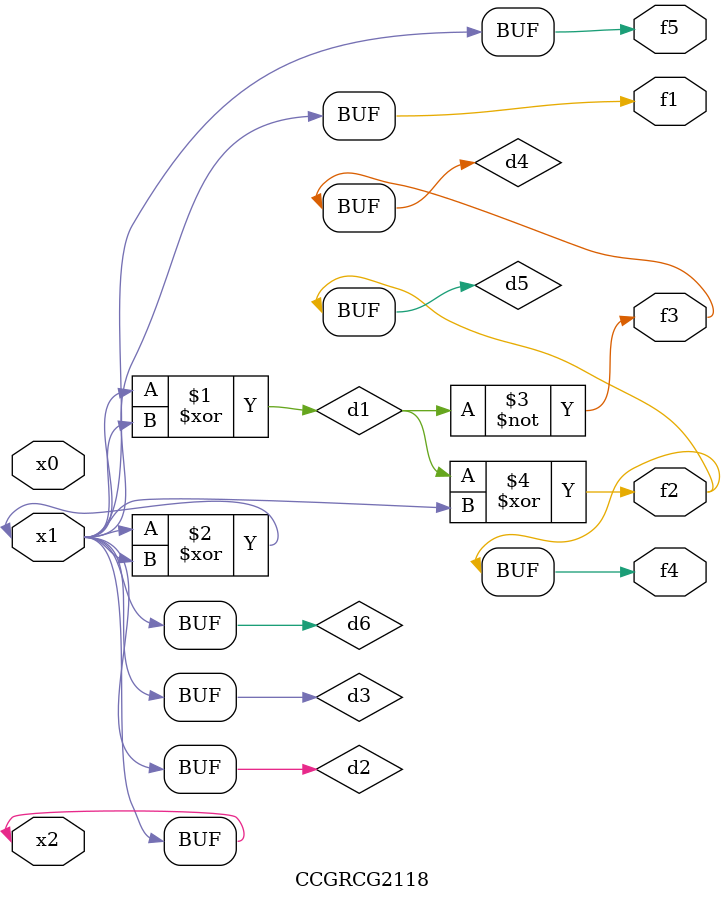
<source format=v>
module CCGRCG2118(
	input x0, x1, x2,
	output f1, f2, f3, f4, f5
);

	wire d1, d2, d3, d4, d5, d6;

	xor (d1, x1, x2);
	buf (d2, x1, x2);
	xor (d3, x1, x2);
	nor (d4, d1);
	xor (d5, d1, d2);
	buf (d6, d2, d3);
	assign f1 = d6;
	assign f2 = d5;
	assign f3 = d4;
	assign f4 = d5;
	assign f5 = d6;
endmodule

</source>
